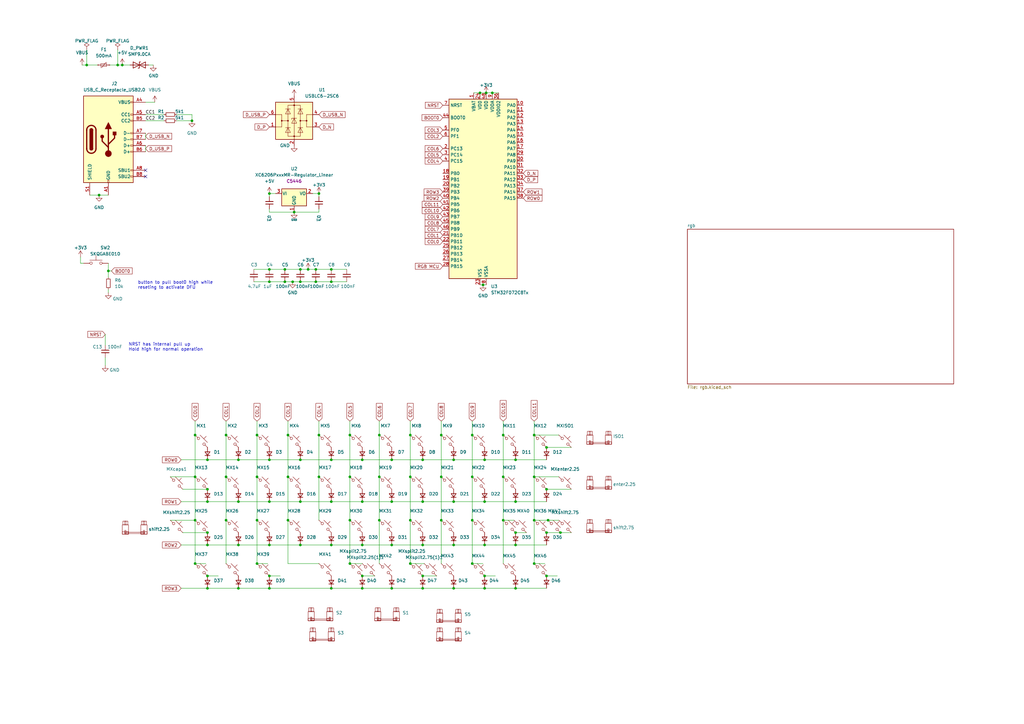
<source format=kicad_sch>
(kicad_sch (version 20230121) (generator eeschema)
  (paper "A3")
  (junction (at 148.59 223.52))
  (junction (at 92.71 213.36))
  (junction (at 193.675 178.435))
  (junction (at 206.375 213.36))
  (junction (at 211.455 188.595))
  (junction (at 186.055 205.74))
  (junction (at 105.41 213.36))
  (junction (at 123.19 205.74))
  (junction (at 219.075 195.58))
  (junction (at 123.19 188.595))
  (junction (at 160.655 241.3))
  (junction (at 160.655 205.74))
  (junction (at 211.455 241.3))
  (junction (at 105.41 231.14))
  (junction (at 196.85 38.1))
  (junction (at 224.155 183.515))
  (junction (at 148.59 205.74))
  (junction (at 224.155 218.44))
  (junction (at 224.155 236.22))
  (junction (at 92.71 195.58))
  (junction (at 92.71 178.435))
  (junction (at 211.455 218.44))
  (junction (at 135.89 223.52))
  (junction (at 85.09 200.66))
  (junction (at 135.89 110.49))
  (junction (at 198.755 205.74))
  (junction (at 135.89 205.74))
  (junction (at 135.89 115.57))
  (junction (at 118.11 213.36))
  (junction (at 50.165 26.67))
  (junction (at 143.51 195.58))
  (junction (at 129.54 115.57))
  (junction (at 85.09 218.44))
  (junction (at 110.49 188.595))
  (junction (at 198.12 116.84))
  (junction (at 198.755 241.3))
  (junction (at 110.49 241.3))
  (junction (at 135.89 241.3))
  (junction (at 123.19 223.52))
  (junction (at 186.055 241.3))
  (junction (at 173.355 241.3))
  (junction (at 85.09 236.22))
  (junction (at 206.375 195.58))
  (junction (at 129.54 110.49))
  (junction (at 148.59 236.22))
  (junction (at 40.64 80.01))
  (junction (at 206.375 178.435))
  (junction (at 80.01 231.14))
  (junction (at 198.755 188.595))
  (junction (at 180.975 195.58))
  (junction (at 180.975 178.435))
  (junction (at 44.45 111.125))
  (junction (at 193.675 195.58))
  (junction (at 80.01 195.58))
  (junction (at 110.49 223.52))
  (junction (at 130.81 195.58))
  (junction (at 130.81 178.435))
  (junction (at 219.075 178.435))
  (junction (at 105.41 195.58))
  (junction (at 116.84 110.49))
  (junction (at 120.65 86.995) (diameter 0.9144))
  (junction (at 143.51 213.36))
  (junction (at 148.59 241.3))
  (junction (at 143.51 178.435))
  (junction (at 168.275 231.14))
  (junction (at 97.79 205.74))
  (junction (at 173.355 223.52))
  (junction (at 123.19 110.49))
  (junction (at 85.09 188.595))
  (junction (at 155.575 213.36))
  (junction (at 173.355 205.74))
  (junction (at 229.87 218.44))
  (junction (at 193.675 231.14))
  (junction (at 199.39 38.1))
  (junction (at 110.49 110.49))
  (junction (at 219.075 213.36))
  (junction (at 120.015 115.57))
  (junction (at 168.275 195.58))
  (junction (at 211.455 205.74))
  (junction (at 110.49 236.22))
  (junction (at 135.89 188.595))
  (junction (at 105.41 178.435))
  (junction (at 130.81 79.375) (diameter 0.9144))
  (junction (at 160.655 223.52))
  (junction (at 143.51 231.14))
  (junction (at 198.755 223.52))
  (junction (at 85.09 223.52))
  (junction (at 173.355 236.22))
  (junction (at 116.84 115.57))
  (junction (at 201.93 38.1))
  (junction (at 110.49 79.375) (diameter 0.9144))
  (junction (at 148.59 188.595))
  (junction (at 118.11 178.435))
  (junction (at 97.79 223.52))
  (junction (at 118.11 195.58))
  (junction (at 110.49 205.74))
  (junction (at 85.09 241.3))
  (junction (at 168.275 178.435))
  (junction (at 97.79 188.595))
  (junction (at 126.365 110.49))
  (junction (at 110.49 115.57))
  (junction (at 224.155 200.66))
  (junction (at 35.56 26.67))
  (junction (at 211.455 223.52))
  (junction (at 173.355 188.595))
  (junction (at 155.575 195.58))
  (junction (at 186.055 188.595))
  (junction (at 186.055 223.52))
  (junction (at 180.975 213.36))
  (junction (at 219.075 231.14))
  (junction (at 78.74 49.53))
  (junction (at 85.09 205.74))
  (junction (at 224.79 213.36))
  (junction (at 97.79 241.3))
  (junction (at 80.01 178.435))
  (junction (at 198.755 236.22))
  (junction (at 168.275 213.36))
  (junction (at 193.675 213.36))
  (junction (at 80.01 213.36))
  (junction (at 123.19 115.57))
  (junction (at 160.655 188.595))
  (junction (at 155.575 178.435))
  (junction (at 48.26 26.67))
  (no_connect (at 59.69 72.39))
  (no_connect (at 59.69 69.85))
  (wire (pts (xy 186.055 241.3) (xy 198.755 241.3)))
  (wire (pts (xy 50.165 26.67) (xy 53.34 26.67)))
  (wire (pts (xy 123.19 223.52) (xy 135.89 223.52)))
  (wire (pts (xy 85.09 236.22) (xy 89.535 236.22)))
  (wire (pts (xy 211.455 218.44) (xy 215.9 218.44)))
  (wire (pts (xy 116.84 115.57) (xy 120.015 115.57)))
  (wire (pts (xy 186.055 188.595) (xy 198.755 188.595)))
  (wire (pts (xy 129.54 110.49) (xy 135.89 110.49)))
  (wire (pts (xy 45.085 26.67) (xy 48.26 26.67)))
  (wire (pts (xy 148.59 205.74) (xy 160.655 205.74)))
  (wire (pts (xy 168.275 195.58) (xy 168.275 213.36)))
  (wire (pts (xy 118.11 172.72) (xy 118.11 178.435)))
  (wire (pts (xy 105.41 195.58) (xy 105.41 213.36)))
  (wire (pts (xy 135.89 188.595) (xy 148.59 188.595)))
  (wire (pts (xy 186.055 223.52) (xy 198.755 223.52)))
  (wire (pts (xy 126.365 110.49) (xy 129.54 110.49)))
  (wire (pts (xy 211.455 188.595) (xy 224.155 188.595)))
  (wire (pts (xy 48.26 26.67) (xy 50.165 26.67)))
  (wire (pts (xy 80.01 213.36) (xy 80.01 231.14)))
  (wire (pts (xy 120.015 115.57) (xy 123.19 115.57)))
  (wire (pts (xy 80.01 178.435) (xy 80.01 195.58)))
  (wire (pts (xy 110.49 110.49) (xy 116.84 110.49)))
  (wire (pts (xy 74.93 218.44) (xy 85.09 218.44)))
  (wire (pts (xy 168.275 213.36) (xy 168.275 231.14)))
  (wire (pts (xy 97.79 223.52) (xy 110.49 223.52)))
  (wire (pts (xy 173.355 188.595) (xy 186.055 188.595)))
  (wire (pts (xy 148.59 241.3) (xy 160.655 241.3)))
  (wire (pts (xy 160.655 223.52) (xy 173.355 223.52)))
  (wire (pts (xy 80.01 231.14) (xy 84.455 231.14)))
  (wire (pts (xy 74.295 223.52) (xy 85.09 223.52)))
  (wire (pts (xy 130.81 85.725) (xy 130.81 86.995)))
  (wire (pts (xy 44.45 118.745) (xy 44.45 120.015)))
  (wire (pts (xy 129.54 115.57) (xy 135.89 115.57)))
  (wire (pts (xy 224.155 200.66) (xy 234.315 200.66)))
  (wire (pts (xy 74.295 205.74) (xy 85.09 205.74)))
  (wire (pts (xy 130.81 178.435) (xy 130.81 195.58)))
  (wire (pts (xy 110.49 188.595) (xy 123.19 188.595)))
  (wire (pts (xy 173.355 236.22) (xy 179.07 236.22)))
  (wire (pts (xy 110.49 85.725) (xy 110.49 86.995)))
  (wire (pts (xy 219.075 172.72) (xy 219.075 178.435)))
  (wire (pts (xy 198.755 188.595) (xy 211.455 188.595)))
  (wire (pts (xy 143.51 231.14) (xy 148.59 231.14)))
  (wire (pts (xy 224.155 218.44) (xy 229.87 218.44)))
  (wire (pts (xy 229.87 218.44) (xy 234.315 218.44)))
  (wire (pts (xy 44.45 111.125) (xy 44.45 113.665)))
  (wire (pts (xy 148.59 188.595) (xy 160.655 188.595)))
  (wire (pts (xy 155.575 213.36) (xy 155.575 231.14)))
  (wire (pts (xy 92.71 195.58) (xy 92.71 213.36)))
  (wire (pts (xy 116.84 110.49) (xy 123.19 110.49)))
  (wire (pts (xy 34.29 107.95) (xy 33.02 107.95)))
  (wire (pts (xy 44.45 111.125) (xy 45.72 111.125)))
  (wire (pts (xy 193.675 195.58) (xy 193.675 213.36)))
  (wire (pts (xy 85.09 205.74) (xy 97.79 205.74)))
  (wire (pts (xy 194.31 38.1) (xy 196.85 38.1)))
  (wire (pts (xy 193.675 231.14) (xy 198.12 231.14)))
  (wire (pts (xy 193.675 178.435) (xy 193.675 195.58)))
  (wire (pts (xy 59.69 41.91) (xy 63.5 41.91)))
  (wire (pts (xy 118.11 178.435) (xy 118.11 195.58)))
  (wire (pts (xy 173.355 241.3) (xy 186.055 241.3)))
  (wire (pts (xy 143.51 195.58) (xy 143.51 213.36)))
  (wire (pts (xy 148.59 223.52) (xy 160.655 223.52)))
  (wire (pts (xy 36.83 80.01) (xy 40.64 80.01)))
  (wire (pts (xy 97.79 241.3) (xy 110.49 241.3)))
  (wire (pts (xy 104.14 110.49) (xy 110.49 110.49)))
  (wire (pts (xy 193.675 172.72) (xy 193.675 178.435)))
  (wire (pts (xy 69.85 195.58) (xy 80.01 195.58)))
  (wire (pts (xy 199.39 38.1) (xy 201.93 38.1)))
  (wire (pts (xy 118.11 231.14) (xy 130.81 231.14)))
  (wire (pts (xy 110.49 79.375) (xy 110.49 80.645)))
  (wire (pts (xy 110.49 115.57) (xy 116.84 115.57)))
  (wire (pts (xy 130.81 195.58) (xy 130.81 213.36)))
  (wire (pts (xy 120.65 86.995) (xy 130.81 86.995)))
  (wire (pts (xy 211.455 241.3) (xy 224.155 241.3)))
  (wire (pts (xy 74.295 188.595) (xy 85.09 188.595)))
  (wire (pts (xy 196.85 116.84) (xy 198.12 116.84)))
  (wire (pts (xy 92.71 178.435) (xy 92.71 195.58)))
  (wire (pts (xy 135.89 110.49) (xy 142.24 110.49)))
  (wire (pts (xy 110.49 223.52) (xy 123.19 223.52)))
  (wire (pts (xy 196.85 38.1) (xy 199.39 38.1)))
  (wire (pts (xy 206.375 213.36) (xy 206.375 231.14)))
  (wire (pts (xy 35.56 26.67) (xy 40.005 26.67)))
  (wire (pts (xy 35.56 20.32) (xy 35.56 26.67)))
  (wire (pts (xy 155.575 172.72) (xy 155.575 178.435)))
  (wire (pts (xy 43.18 137.16) (xy 43.18 141.605)))
  (wire (pts (xy 219.075 178.435) (xy 219.075 195.58)))
  (wire (pts (xy 33.02 107.95) (xy 33.02 105.41)))
  (wire (pts (xy 59.69 54.61) (xy 59.69 57.15)))
  (wire (pts (xy 180.975 172.72) (xy 180.975 178.435)))
  (wire (pts (xy 224.155 183.515) (xy 234.315 183.515)))
  (wire (pts (xy 173.355 205.74) (xy 186.055 205.74)))
  (wire (pts (xy 219.075 213.36) (xy 224.79 213.36)))
  (wire (pts (xy 59.69 49.53) (xy 67.31 49.53)))
  (wire (pts (xy 85.09 241.3) (xy 97.79 241.3)))
  (wire (pts (xy 198.755 236.22) (xy 203.2 236.22)))
  (wire (pts (xy 206.375 178.435) (xy 206.375 195.58)))
  (wire (pts (xy 123.19 205.74) (xy 135.89 205.74)))
  (wire (pts (xy 60.96 26.67) (xy 62.865 26.67)))
  (wire (pts (xy 48.26 20.32) (xy 48.26 26.67)))
  (wire (pts (xy 211.455 205.74) (xy 224.155 205.74)))
  (wire (pts (xy 74.93 200.66) (xy 85.09 200.66)))
  (wire (pts (xy 85.09 223.52) (xy 97.79 223.52)))
  (wire (pts (xy 155.575 195.58) (xy 155.575 213.36)))
  (wire (pts (xy 72.39 46.99) (xy 78.74 46.99)))
  (wire (pts (xy 43.18 149.86) (xy 43.18 146.685)))
  (wire (pts (xy 201.93 38.1) (xy 204.47 38.1)))
  (wire (pts (xy 74.295 241.3) (xy 85.09 241.3)))
  (wire (pts (xy 198.755 223.52) (xy 211.455 223.52)))
  (wire (pts (xy 123.19 115.57) (xy 129.54 115.57)))
  (wire (pts (xy 155.575 178.435) (xy 155.575 195.58)))
  (wire (pts (xy 219.075 178.435) (xy 229.235 178.435)))
  (wire (pts (xy 44.45 107.95) (xy 44.45 111.125)))
  (wire (pts (xy 180.975 195.58) (xy 180.975 213.36)))
  (wire (pts (xy 173.355 223.52) (xy 186.055 223.52)))
  (wire (pts (xy 224.79 213.36) (xy 229.235 213.36)))
  (wire (pts (xy 110.49 79.375) (xy 113.03 79.375)))
  (wire (pts (xy 110.49 236.22) (xy 114.935 236.22)))
  (wire (pts (xy 105.41 231.14) (xy 109.855 231.14)))
  (wire (pts (xy 78.74 46.99) (xy 78.74 49.53)))
  (wire (pts (xy 186.055 205.74) (xy 198.755 205.74)))
  (wire (pts (xy 85.09 188.595) (xy 97.79 188.595)))
  (wire (pts (xy 104.14 115.57) (xy 110.49 115.57)))
  (wire (pts (xy 148.59 236.22) (xy 153.67 236.22)))
  (wire (pts (xy 59.69 59.69) (xy 59.69 62.23)))
  (wire (pts (xy 211.455 223.52) (xy 224.155 223.52)))
  (wire (pts (xy 80.01 172.72) (xy 80.01 178.435)))
  (wire (pts (xy 224.155 236.22) (xy 228.6 236.22)))
  (wire (pts (xy 219.075 213.36) (xy 219.075 231.14)))
  (wire (pts (xy 219.075 195.58) (xy 219.075 213.36)))
  (wire (pts (xy 206.375 172.72) (xy 206.375 178.435)))
  (wire (pts (xy 92.71 172.72) (xy 92.71 178.435)))
  (wire (pts (xy 143.51 178.435) (xy 143.51 195.58)))
  (wire (pts (xy 118.11 213.36) (xy 118.11 231.14)))
  (wire (pts (xy 206.375 195.58) (xy 206.375 213.36)))
  (wire (pts (xy 123.19 188.595) (xy 135.89 188.595)))
  (wire (pts (xy 135.89 241.3) (xy 148.59 241.3)))
  (wire (pts (xy 168.275 178.435) (xy 168.275 195.58)))
  (wire (pts (xy 168.275 231.14) (xy 173.99 231.14)))
  (wire (pts (xy 118.11 195.58) (xy 118.11 213.36)))
  (wire (pts (xy 97.79 188.595) (xy 110.49 188.595)))
  (wire (pts (xy 120.65 86.995) (xy 110.49 86.995)))
  (wire (pts (xy 33.655 26.67) (xy 35.56 26.67)))
  (wire (pts (xy 168.275 172.72) (xy 168.275 178.435)))
  (wire (pts (xy 180.975 213.36) (xy 180.975 231.14)))
  (wire (pts (xy 143.51 172.72) (xy 143.51 178.435)))
  (wire (pts (xy 123.19 110.49) (xy 126.365 110.49)))
  (wire (pts (xy 59.69 46.99) (xy 67.31 46.99)))
  (wire (pts (xy 130.81 172.72) (xy 130.81 178.435)))
  (wire (pts (xy 160.655 205.74) (xy 173.355 205.74)))
  (wire (pts (xy 143.51 213.36) (xy 143.51 231.14)))
  (wire (pts (xy 110.49 241.3) (xy 135.89 241.3)))
  (wire (pts (xy 198.12 116.84) (xy 199.39 116.84)))
  (wire (pts (xy 219.075 195.58) (xy 229.235 195.58)))
  (wire (pts (xy 198.755 205.74) (xy 211.455 205.74)))
  (wire (pts (xy 72.39 49.53) (xy 78.74 49.53)))
  (wire (pts (xy 135.89 223.52) (xy 148.59 223.52)))
  (wire (pts (xy 92.71 213.36) (xy 92.71 231.14)))
  (wire (pts (xy 135.89 115.57) (xy 142.24 115.57)))
  (wire (pts (xy 105.41 178.435) (xy 105.41 195.58)))
  (wire (pts (xy 219.075 231.14) (xy 223.52 231.14)))
  (wire (pts (xy 105.41 213.36) (xy 105.41 231.14)))
  (wire (pts (xy 69.85 213.36) (xy 80.01 213.36)))
  (wire (pts (xy 180.975 178.435) (xy 180.975 195.58)))
  (wire (pts (xy 110.49 205.74) (xy 123.19 205.74)))
  (wire (pts (xy 80.01 195.58) (xy 80.01 213.36)))
  (wire (pts (xy 40.64 80.01) (xy 44.45 80.01)))
  (wire (pts (xy 135.89 205.74) (xy 148.59 205.74)))
  (wire (pts (xy 198.755 241.3) (xy 211.455 241.3)))
  (wire (pts (xy 193.675 213.36) (xy 193.675 231.14)))
  (wire (pts (xy 160.655 241.3) (xy 173.355 241.3)))
  (wire (pts (xy 130.81 79.375) (xy 130.81 80.645)))
  (wire (pts (xy 97.79 205.74) (xy 110.49 205.74)))
  (wire (pts (xy 105.41 172.72) (xy 105.41 178.435)))
  (wire (pts (xy 128.27 79.375) (xy 130.81 79.375)))
  (wire (pts (xy 160.655 188.595) (xy 173.355 188.595)))
  (wire (pts (xy 206.375 213.36) (xy 210.82 213.36)))
  (text "NRST has internal pull up\nHold high for normal operation" (at 52.705 144.145 0) (effects (font (size 1.27 1.27)) (justify left bottom)))
  (text "button to pull boot0 high while \nreseting to activate DFU" (at 56.515 118.745 0) (effects (font (size 1.27 1.27)) (justify left bottom)))
  (label "CC2" (at 59.69 49.53 0))
  (label "CC1" (at 59.69 46.99 0))
  (global_label "BOOT0" (shape input) (at 45.72 111.125 0) (property "Intersheetrefs" "${INTERSHEET_REFS}" (effects hide)))
  (global_label "COL5" (shape input) (at 143.51 172.72 90) (property "Intersheetrefs" "${INTERSHEET_REFS}" (effects hide)))
  (global_label "COL2" (shape input) (at 105.41 172.72 90) (property "Intersheetrefs" "${INTERSHEET_REFS}" (effects hide)))
  (global_label "NRST" (shape input) (at 43.18 137.16 180) (property "Intersheetrefs" "${INTERSHEET_REFS}" (effects hide)))
  (global_label "ROW2" (shape input) (at 74.295 223.52 180) (property "Intersheetrefs" "${INTERSHEET_REFS}" (effects hide)))
  (global_label "COL7" (shape input) (at 168.275 172.72 90) (property "Intersheetrefs" "${INTERSHEET_REFS}" (effects hide)))
  (global_label "D_USB_P" (shape input) (at 59.69 60.96 0) (property "Intersheetrefs" "${INTERSHEET_REFS}" (effects hide)))
  (global_label "COL6" (shape input) (at 181.61 60.96 180) (property "Intersheetrefs" "${INTERSHEET_REFS}" (effects hide)))
  (global_label "ROW3" (shape input) (at 181.61 78.74 180) (property "Intersheetrefs" "${INTERSHEET_REFS}" (effects hide)))
  (global_label "ROW0" (shape input) (at 214.63 81.28 0) (property "Intersheetrefs" "${INTERSHEET_REFS}" (effects hide)))
  (global_label "COL2" (shape input) (at 181.61 55.88 180) (property "Intersheetrefs" "${INTERSHEET_REFS}" (effects hide)))
  (global_label "COL4" (shape input) (at 130.81 172.72 90) (property "Intersheetrefs" "${INTERSHEET_REFS}" (effects hide)))
  (global_label "D_USB_P" (shape input) (at 110.49 46.99 180) (property "Intersheetrefs" "${INTERSHEET_REFS}" (effects hide)))
  (global_label "COL7" (shape input) (at 181.61 93.98 180) (property "Intersheetrefs" "${INTERSHEET_REFS}" (effects hide)))
  (global_label "COL3" (shape input) (at 118.11 172.72 90) (property "Intersheetrefs" "${INTERSHEET_REFS}" (effects hide)))
  (global_label "COL11" (shape input) (at 219.075 172.72 90) (property "Intersheetrefs" "${INTERSHEET_REFS}" (effects hide)))
  (global_label "COL1" (shape input) (at 92.71 172.72 90) (property "Intersheetrefs" "${INTERSHEET_REFS}" (effects hide)))
  (global_label "COL0" (shape input) (at 181.61 99.06 180) (property "Intersheetrefs" "${INTERSHEET_REFS}" (effects hide)))
  (global_label "COL8" (shape input) (at 181.61 91.44 180) (property "Intersheetrefs" "${INTERSHEET_REFS}" (effects hide)))
  (global_label "D_N" (shape input) (at 214.63 71.12 0) (property "Intersheetrefs" "${INTERSHEET_REFS}" (effects hide)))
  (global_label "ROW1" (shape input) (at 74.295 205.74 180) (property "Intersheetrefs" "${INTERSHEET_REFS}" (effects hide)))
  (global_label "D_N" (shape input) (at 130.81 52.07 0) (property "Intersheetrefs" "${INTERSHEET_REFS}" (effects hide)))
  (global_label "BOOT0" (shape input) (at 181.61 48.26 180) (property "Intersheetrefs" "${INTERSHEET_REFS}" (effects hide)))
  (global_label "ROW1" (shape input) (at 214.63 78.74 0) (property "Intersheetrefs" "${INTERSHEET_REFS}" (effects hide)))
  (global_label "NRST" (shape input) (at 181.61 43.18 180) (property "Intersheetrefs" "${INTERSHEET_REFS}" (effects hide)))
  (global_label "RGB MCU" (shape input) (at 181.61 109.22 180) (property "Intersheetrefs" "${INTERSHEET_REFS}" (effects hide)))
  (global_label "COL11" (shape input) (at 181.61 83.82 180) (property "Intersheetrefs" "${INTERSHEET_REFS}" (effects hide)))
  (global_label "ROW3" (shape input) (at 74.295 241.3 180) (property "Intersheetrefs" "${INTERSHEET_REFS}" (effects hide)))
  (global_label "D_P" (shape input) (at 110.49 52.07 180) (property "Intersheetrefs" "${INTERSHEET_REFS}" (effects hide)))
  (global_label "D_USB_N" (shape input) (at 59.69 55.88 0) (property "Intersheetrefs" "${INTERSHEET_REFS}" (effects hide)))
  (global_label "COL0" (shape input) (at 80.01 172.72 90) (property "Intersheetrefs" "${INTERSHEET_REFS}" (effects hide)))
  (global_label "ROW0" (shape input) (at 74.295 188.595 180) (property "Intersheetrefs" "${INTERSHEET_REFS}" (effects hide)))
  (global_label "D_USB_N" (shape input) (at 130.81 46.99 0) (property "Intersheetrefs" "${INTERSHEET_REFS}" (effects hide)))
  (global_label "COL9" (shape input) (at 181.61 88.9 180) (property "Intersheetrefs" "${INTERSHEET_REFS}" (effects hide)))
  (global_label "COL3" (shape input) (at 181.61 53.34 180) (property "Intersheetrefs" "${INTERSHEET_REFS}" (effects hide)))
  (global_label "COL1" (shape input) (at 181.61 96.52 180) (property "Intersheetrefs" "${INTERSHEET_REFS}" (effects hide)))
  (global_label "COL6" (shape input) (at 155.575 172.72 90) (property "Intersheetrefs" "${INTERSHEET_REFS}" (effects hide)))
  (global_label "COL8" (shape input) (at 180.975 172.72 90) (property "Intersheetrefs" "${INTERSHEET_REFS}" (effects hide)))
  (global_label "COL10" (shape input) (at 181.61 86.36 180) (property "Intersheetrefs" "${INTERSHEET_REFS}" (effects hide)))
  (global_label "COL5" (shape input) (at 181.61 63.5 180) (property "Intersheetrefs" "${INTERSHEET_REFS}" (effects hide)))
  (global_label "COL9" (shape input) (at 193.675 172.72 90) (property "Intersheetrefs" "${INTERSHEET_REFS}" (effects hide)))
  (global_label "COL4" (shape input) (at 181.61 66.04 180) (property "Intersheetrefs" "${INTERSHEET_REFS}" (effects hide)))
  (global_label "ROW2" (shape input) (at 181.61 81.28 180) (property "Intersheetrefs" "${INTERSHEET_REFS}" (effects hide)))
  (global_label "D_P" (shape input) (at 214.63 73.66 0) (property "Intersheetrefs" "${INTERSHEET_REFS}" (effects hide)))
  (global_label "COL10" (shape input) (at 206.375 172.72 90) (property "Intersheetrefs" "${INTERSHEET_REFS}" (effects hide)))
  (symbol (lib_id "PCM_marbastlib-mx:MX_SW_HS") (at 231.775 180.975 0) (unit 1)
    (property "Reference" "MXISO1" (at 231.775 174.625 0))
    (property "Value" "MX_SW_HS" (effects hide))
    (property "Footprint" "PCM_marbastlib-mx:SW_MX_HS_1u" (effects hide))
  )
  (symbol (lib_id "PCM_marbastlib-mx:MX_SW_HS") (at 183.515 215.9 0) (unit 1)
    (property "Reference" "MX33" (at 183.515 209.55 0))
    (property "Value" "MX_SW_HS" (effects hide))
    (property "Footprint" "PCM_marbastlib-mx:SW_MX_HS_1u" (effects hide))
  )
  (symbol (lib_id "Device:D_Small") (at 186.055 238.76 90) (unit 1)
    (property "Reference" "D43" (at 187.96 238.125 90) (effects (justify right)))
    (property "Value" "D_Small" (effects hide))
    (property "Footprint" "Diode_SMD:D_SOD-123F" (effects hide))
    (property "Sim.Device" "D" (effects hide))
    (property "Sim.Pins" "1=K 2=A" (effects hide))
  )
  (symbol (lib_id "Device:C_Small") (at 129.54 113.03 0) (unit 1)
    (property "Reference" "C7" (at 128.27 108.585 0) (effects (justify left)))
    (property "Value" "100nF" (at 127 117.475 0) (effects (justify left)))
    (property "Footprint" "Capacitor_SMD:C_0603_1608Metric" (effects hide))
  )
  (symbol (lib_id "Device:C_Small") (at 43.18 144.145 0) (mirror y) (unit 1)
    (property "Reference" "C13" (at 41.91 142.24 0) (effects (justify left)))
    (property "Value" "100nF" (at 50.165 142.24 0) (effects (justify left)))
    (property "Footprint" "Capacitor_SMD:C_0603_1608Metric" (effects hide))
    (property "LCSC" "C307331" (effects hide))
  )
  (symbol (lib_id "PCM_marbastlib-mx:MX_SW_HS") (at 196.215 198.12 0) (unit 1)
    (property "Reference" "MX22" (at 196.215 191.77 0))
    (property "Value" "MX_SW_HS" (effects hide))
    (property "Footprint" "PCM_marbastlib-mx:SW_MX_HS_1u" (effects hide))
  )
  (symbol (lib_id "PCM_marbastlib-mx:MX_SW_HS") (at 208.915 198.12 0) (unit 1)
    (property "Reference" "MX23" (at 208.915 191.77 0))
    (property "Value" "MX_SW_HS" (effects hide))
    (property "Footprint" "PCM_marbastlib-mx:SW_MX_HS_1u" (effects hide))
  )
  (symbol (lib_id "Switch:SW_Push") (at 39.37 107.95 0) (unit 1)
    (property "Reference" "SW2" (at 43.18 101.6 0))
    (property "Value" "SKQGABE010" (at 43.18 104.14 0))
    (property "Footprint" "Button_Switch_SMD:SW_SPST_SKQG_WithoutStem" (effects hide))
    (property "LCSC" "C115351" (effects hide))
  )
  (symbol (lib_id "Device:D_Small") (at 85.09 186.055 90) (unit 1)
    (property "Reference" "D1" (at 87.63 185.42 90) (effects (justify right)))
    (property "Value" "D_Small" (effects hide))
    (property "Footprint" "Diode_SMD:D_SOD-123F" (effects hide))
    (property "Sim.Device" "D" (effects hide))
    (property "Sim.Pins" "1=K 2=A" (effects hide))
  )
  (symbol (lib_id "PCM_marbastlib-mx:MX_SW_HS") (at 82.55 233.68 0) (unit 1)
    (property "Reference" "MX37" (at 82.55 227.33 0))
    (property "Value" "MX_SW_HS" (effects hide))
    (property "Footprint" "PCM_marbastlib-mx:SW_MX_HS_1u" (effects hide))
  )
  (symbol (lib_id "PCM_marbastlib-mx:MX_SW_HS") (at 208.915 180.975 0) (unit 1)
    (property "Reference" "MX11" (at 208.915 174.625 0))
    (property "Value" "MX_SW_HS" (effects hide))
    (property "Footprint" "PCM_marbastlib-mx:SW_MX_HS_1u" (effects hide))
  )
  (symbol (lib_id "Device:D_Small") (at 148.59 203.2 90) (unit 1)
    (property "Reference" "D18" (at 151.13 202.565 90) (effects (justify right)))
    (property "Value" "D_Small" (effects hide))
    (property "Footprint" "Diode_SMD:D_SOD-123F" (effects hide))
    (property "Sim.Device" "D" (effects hide))
    (property "Sim.Pins" "1=K 2=A" (effects hide))
  )
  (symbol (lib_id "Device:D_Small") (at 198.755 238.76 90) (unit 1)
    (property "Reference" "D44" (at 200.66 238.125 90) (effects (justify right)))
    (property "Value" "D_Small" (effects hide))
    (property "Footprint" "Diode_SMD:D_SOD-123F" (effects hide))
    (property "Sim.Device" "D" (effects hide))
    (property "Sim.Pins" "1=K 2=A" (effects hide))
  )
  (symbol (lib_id "Device:C_Small") (at 130.81 83.185 180) (unit 1)
    (property "Reference" "C2" (at 130.81 88.9 0) (effects (font (size 0.762 0.762))))
    (property "Value" "1uF" (at 130.81 90.17 0) (effects (font (size 0.762 0.762))))
    (property "Footprint" "Capacitor_SMD:C_0603_1608Metric" (effects hide))
    (property "LCSC" "C52923" (effects hide))
  )
  (symbol (lib_id "PCM_marbastlib-mx:MX_SW_HS") (at 107.95 215.9 0) (unit 1)
    (property "Reference" "MX27" (at 107.95 209.55 0))
    (property "Value" "MX_SW_HS" (effects hide))
    (property "Footprint" "PCM_marbastlib-mx:SW_MX_HS_1u" (effects hide))
  )
  (symbol (lib_id "PCM_marbastlib-mx:MX_SW_HS") (at 133.35 180.975 0) (unit 1)
    (property "Reference" "MX5" (at 133.35 174.625 0))
    (property "Value" "MX_SW_HS" (effects hide))
    (property "Footprint" "PCM_marbastlib-mx:SW_MX_HS_1u" (effects hide))
  )
  (symbol (lib_id "MCU_ST_STM32F0:STM32F072C8Tx") (at 196.85 78.74 0) (unit 1)
    (property "Reference" "U3" (at 201.3459 117.475 0) (effects (justify left)))
    (property "Value" "STM32F072C8Tx" (at 201.3459 120.015 0) (effects (justify left)))
    (property "Footprint" "Package_QFP:LQFP-48_7x7mm_P0.5mm" (effects hide))
    (property "Datasheet" "https://www.st.com/resource/en/datasheet/stm32f072c8.pdf" (effects hide))
  )
  (symbol (lib_id "Device:D_Small") (at 85.09 220.98 90) (unit 1)
    (property "Reference" "D25" (at 87.63 220.345 90) (effects (justify right)))
    (property "Value" "D_Small" (effects hide))
    (property "Footprint" "Diode_SMD:D_SOD-123F" (effects hide))
    (property "Sim.Device" "D" (effects hide))
    (property "Sim.Pins" "1=K 2=A" (effects hide))
  )
  (symbol (lib_id "Device:D_Small") (at 135.89 220.98 90) (unit 1)
    (property "Reference" "D29" (at 138.43 220.345 90) (effects (justify right)))
    (property "Value" "D_Small" (effects hide))
    (property "Footprint" "Diode_SMD:D_SOD-123F" (effects hide))
    (property "Sim.Device" "D" (effects hide))
    (property "Sim.Pins" "1=K 2=A" (effects hide))
  )
  (symbol (lib_id "Device:D_Small") (at 224.155 238.76 90) (unit 1)
    (property "Reference" "D46" (at 226.06 238.125 90) (effects (justify right)))
    (property "Value" "D_Small" (effects hide))
    (property "Footprint" "Diode_SMD:D_SOD-123F" (effects hide))
    (property "Sim.Device" "D" (effects hide))
    (property "Sim.Pins" "1=K 2=A" (effects hide))
  )
  (symbol (lib_id "power:+3V3") (at 199.39 38.1 0) (unit 1)
    (property "Reference" "#PWR011" (effects hide))
    (property "Value" "+3V3" (at 199.39 34.925 0))
  )
  (symbol (lib_id "PCM_marbastlib-mx:MX_SW_HS") (at 227.33 215.9 0) (unit 1)
    (property "Reference" "MX47" (at 227.33 209.55 0))
    (property "Value" "MX_SW_HS" (effects hide))
    (property "Footprint" "PCM_marbastlib-mx:SW_MX_HS_1u" (effects hide))
  )
  (symbol (lib_id "Device:D_Small") (at 211.455 238.76 90) (unit 1)
    (property "Reference" "D45" (at 213.36 238.125 90) (effects (justify right)))
    (property "Value" "D_Small" (effects hide))
    (property "Footprint" "Diode_SMD:D_SOD-123F" (effects hide))
    (property "Sim.Device" "D" (effects hide))
    (property "Sim.Pins" "1=K 2=A" (effects hide))
  )
  (symbol (lib_id "PCM_marbastlib-mx:MX_SW_HS") (at 133.35 198.12 0) (unit 1)
    (property "Reference" "MX17" (at 133.35 191.77 0))
    (property "Value" "MX_SW_HS" (effects hide))
    (property "Footprint" "PCM_marbastlib-mx:SW_MX_HS_1u" (effects hide))
  )
  (symbol (lib_id "Device:R_Small") (at 69.85 46.99 90) (unit 1)
    (property "Reference" "R1" (at 66.04 45.72 90))
    (property "Value" "5k1" (at 73.66 45.72 90))
    (property "Footprint" "Resistor_SMD:R_0603_1608Metric" (effects hide))
    (property "LCSC" "C25905" (effects hide))
  )
  (symbol (lib_id "power:PWR_FLAG") (at 35.56 20.32 0) (unit 1)
    (property "Reference" "#FLG01" (effects hide))
    (property "Value" "PWR_FLAG" (at 35.56 16.7442 0))
  )
  (symbol (lib_id "Device:C_Small") (at 110.49 83.185 180) (unit 1)
    (property "Reference" "C1" (at 110.49 88.9 0) (effects (font (size 0.762 0.762))))
    (property "Value" "1uF" (at 110.49 90.17 0) (effects (font (size 0.762 0.762))))
    (property "Footprint" "Capacitor_SMD:C_0603_1608Metric" (effects hide))
    (property "LCSC" "C52923" (effects hide))
  )
  (symbol (lib_name "GND_1") (lib_id "power:GND") (at 120.015 115.57 0) (unit 1)
    (property "Reference" "#PWR07" (effects hide))
    (property "Value" "GND" (at 120.015 120.015 0))
  )
  (symbol (lib_id "PCM_marbastlib-mx:MX_stab") (at 131.445 252.095 0) (unit 1)
    (property "Reference" "S2" (at 137.795 251.333 0) (effects (justify left)))
    (property "Value" "MX_stab" (effects hide))
    (property "Footprint" "PCM_marbastlib-mx:STAB_MX_P_2.25u" (effects hide))
  )
  (symbol (lib_name "GND_4") (lib_id "power:GND") (at 40.64 80.01 0) (unit 1)
    (property "Reference" "#PWR013" (effects hide))
    (property "Value" "GND" (at 40.64 85.09 0))
  )
  (symbol (lib_id "PCM_marbastlib-mx:MX_SW_HS") (at 107.95 233.68 0) (unit 1)
    (property "Reference" "MX39" (at 107.95 227.33 0))
    (property "Value" "MX_SW_HS" (effects hide))
    (property "Footprint" "PCM_marbastlib-mx:SW_MX_HS_1u" (effects hide))
  )
  (symbol (lib_id "Device:D_Small") (at 97.79 238.76 90) (unit 1)
    (property "Reference" "D38" (at 100.33 238.125 90) (effects (justify right)))
    (property "Value" "D_Small" (effects hide))
    (property "Footprint" "Diode_SMD:D_SOD-123F" (effects hide))
    (property "Sim.Device" "D" (effects hide))
    (property "Sim.Pins" "1=K 2=A" (effects hide))
  )
  (symbol (lib_id "power:VBUS") (at 120.65 39.37 0) (unit 1)
    (property "Reference" "#PWR01" (effects hide))
    (property "Value" "VBUS" (at 120.65 34.29 0))
  )
  (symbol (lib_id "Device:D_Small") (at 148.59 186.055 90) (unit 1)
    (property "Reference" "D6" (at 151.13 185.42 90) (effects (justify right)))
    (property "Value" "D_Small" (effects hide))
    (property "Footprint" "Diode_SMD:D_SOD-123F" (effects hide))
    (property "Sim.Device" "D" (effects hide))
    (property "Sim.Pins" "1=K 2=A" (effects hide))
  )
  (symbol (lib_id "Device:D_Small") (at 160.655 186.055 90) (unit 1)
    (property "Reference" "D7" (at 163.195 185.42 90) (effects (justify right)))
    (property "Value" "D_Small" (effects hide))
    (property "Footprint" "Diode_SMD:D_SOD-123F" (effects hide))
    (property "Sim.Device" "D" (effects hide))
    (property "Sim.Pins" "1=K 2=A" (effects hide))
  )
  (symbol (lib_id "power:VBUS") (at 33.655 26.67 0) (unit 1)
    (property "Reference" "#PWR08" (effects hide))
    (property "Value" "VBUS" (at 33.655 21.59 0))
  )
  (symbol (lib_id "Device:D_Small") (at 173.355 203.2 90) (unit 1)
    (property "Reference" "D20" (at 175.895 202.565 90) (effects (justify right)))
    (property "Value" "D_Small" (effects hide))
    (property "Footprint" "Diode_SMD:D_SOD-123F" (effects hide))
    (property "Sim.Device" "D" (effects hide))
    (property "Sim.Pins" "1=K 2=A" (effects hide))
  )
  (symbol (lib_id "power:+3.3V") (at 130.81 79.375 0) (unit 1)
    (property "Reference" "#PWR04" (effects hide))
    (property "Value" "+3.3V" (at 130.81 75.8276 0))
  )
  (symbol (lib_id "Device:D_TVS") (at 57.15 26.67 0) (unit 1)
    (property "Reference" "D_PWR1" (at 57.15 19.685 0))
    (property "Value" "SMF9.0CA" (at 57.15 22.225 0))
    (property "Footprint" "Diode_SMD:D_SOD-123" (effects hide))
  )
  (symbol (lib_id "Device:D_Small") (at 211.455 203.2 90) (unit 1)
    (property "Reference" "D23" (at 213.995 202.565 90) (effects (justify right)))
    (property "Value" "D_Small" (effects hide))
    (property "Footprint" "Diode_SMD:D_SOD-123F" (effects hide))
    (property "Sim.Device" "D" (effects hide))
    (property "Sim.Pins" "1=K 2=A" (effects hide))
  )
  (symbol (lib_id "Device:D_Small") (at 160.655 238.76 90) (unit 1)
    (property "Reference" "D42" (at 162.56 238.125 90) (effects (justify right)))
    (property "Value" "D_Small" (effects hide))
    (property "Footprint" "Diode_SMD:D_SOD-123F" (effects hide))
    (property "Sim.Device" "D" (effects hide))
    (property "Sim.Pins" "1=K 2=A" (effects hide))
  )
  (symbol (lib_id "PCM_marbastlib-mx:MX_SW_HS") (at 183.515 180.975 0) (unit 1)
    (property "Reference" "MX9" (at 183.515 174.625 0))
    (property "Value" "MX_SW_HS" (effects hide))
    (property "Footprint" "PCM_marbastlib-mx:SW_MX_HS_1u" (effects hide))
  )
  (symbol (lib_id "PCM_marbastlib-mx:MX_SW_HS") (at 95.25 215.9 0) (unit 1)
    (property "Reference" "MX26" (at 95.25 209.55 0))
    (property "Value" "MX_SW_HS" (effects hide))
    (property "Footprint" "PCM_marbastlib-mx:SW_MX_HS_1u" (effects hide))
  )
  (symbol (lib_id "Device:D_Small") (at 148.59 238.76 90) (unit 1)
    (property "Reference" "D40" (at 150.495 238.125 90) (effects (justify right)))
    (property "Value" "D_Small" (effects hide))
    (property "Footprint" "Diode_SMD:D_SOD-123F" (effects hide))
    (property "Sim.Device" "D" (effects hide))
    (property "Sim.Pins" "1=K 2=A" (effects hide))
  )
  (symbol (lib_id "Device:D_Small") (at 224.155 220.98 90) (unit 1)
    (property "Reference" "D36" (at 226.695 220.345 90) (effects (justify right)))
    (property "Value" "D_Small" (effects hide))
    (property "Footprint" "Diode_SMD:D_SOD-123F" (effects hide))
    (property "Sim.Device" "D" (effects hide))
    (property "Sim.Pins" "1=K 2=A" (effects hide))
  )
  (symbol (lib_id "Device:C_Small") (at 116.84 113.03 0) (unit 1)
    (property "Reference" "C5" (at 115.57 108.585 0) (effects (justify left)))
    (property "Value" "100nF" (at 113.03 117.475 0) (effects (justify left)))
    (property "Footprint" "Capacitor_SMD:C_0603_1608Metric" (effects hide))
  )
  (symbol (lib_id "Device:D_Small") (at 186.055 186.055 90) (unit 1)
    (property "Reference" "D9" (at 188.595 185.42 90) (effects (justify right)))
    (property "Value" "D_Small" (effects hide))
    (property "Footprint" "Diode_SMD:D_SOD-123F" (effects hide))
    (property "Sim.Device" "D" (effects hide))
    (property "Sim.Pins" "1=K 2=A" (effects hide))
  )
  (symbol (lib_id "PCM_marbastlib-mx:MX_SW_HS") (at 95.25 180.975 0) (unit 1)
    (property "Reference" "MX2" (at 95.25 174.625 0))
    (property "Value" "MX_SW_HS" (effects hide))
    (property "Footprint" "PCM_marbastlib-mx:SW_MX_HS_1u" (effects hide))
  )
  (symbol (lib_id "power:GND") (at 44.45 120.015 0) (unit 1)
    (property "Reference" "#PWR028" (effects hide))
    (property "Value" "GND" (at 48.26 122.555 0))
  )
  (symbol (lib_id "PCM_marbastlib-mx:MX_SW_HS") (at 133.35 215.9 0) (unit 1)
    (property "Reference" "MX29" (at 133.35 209.55 0))
    (property "Value" "MX_SW_HS" (effects hide))
    (property "Footprint" "PCM_marbastlib-mx:SW_MX_HS_1u" (effects hide))
  )
  (symbol (lib_id "Device:C_Small") (at 104.14 113.03 0) (unit 1)
    (property "Reference" "C3" (at 102.87 108.585 0) (effects (justify left)))
    (property "Value" "4.7uF" (at 101.6 117.475 0) (effects (justify left)))
    (property "Footprint" "Capacitor_SMD:C_0603_1608Metric" (effects hide))
  )
  (symbol (lib_id "power:+3V3") (at 126.365 110.49 0) (unit 1)
    (property "Reference" "#PWR06" (effects hide))
    (property "Value" "+3V3" (at 126.365 106.68 0))
  )
  (symbol (lib_id "PCM_marbastlib-mx:MX_stab") (at 132.08 260.35 0) (unit 1)
    (property "Reference" "S3" (at 138.43 259.588 0) (effects (justify left)))
    (property "Value" "MX_stab" (effects hide))
    (property "Footprint" "PCM_marbastlib-mx:STAB_MX_P_2.75u" (effects hide))
  )
  (symbol (lib_id "PCM_marbastlib-mx:MX_SW_HS") (at 208.915 233.68 0) (unit 1)
    (property "Reference" "MX45" (at 208.915 227.965 0))
    (property "Value" "MX_SW_HS" (effects hide))
    (property "Footprint" "PCM_marbastlib-mx:SW_MX_HS_1u" (effects hide))
  )
  (symbol (lib_id "Device:D_Small") (at 97.79 186.055 90) (unit 1)
    (property "Reference" "D2" (at 100.33 185.42 90) (effects (justify right)))
    (property "Value" "D_Small" (effects hide))
    (property "Footprint" "Diode_SMD:D_SOD-123F" (effects hide))
    (property "Sim.Device" "D" (effects hide))
    (property "Sim.Pins" "1=K 2=A" (effects hide))
  )
  (symbol (lib_id "power:VBUS") (at 63.5 41.91 0) (unit 1)
    (property "Reference" "#PWR015" (effects hide))
    (property "Value" "VBUS" (at 63.5 36.83 0))
  )
  (symbol (lib_id "power:+5V") (at 110.49 79.375 0) (unit 1)
    (property "Reference" "#PWR03" (effects hide))
    (property "Value" "+5V" (at 110.49 74.295 0))
  )
  (symbol (lib_id "PCM_marbastlib-mx:MX_SW_HS") (at 208.915 215.9 0) (unit 1)
    (property "Reference" "MX35" (at 208.915 209.55 0))
    (property "Value" "MX_SW_HS" (effects hide))
    (property "Footprint" "PCM_marbastlib-mx:SW_MX_HS_1u" (effects hide))
  )
  (symbol (lib_id "Device:D_Small") (at 110.49 203.2 90) (unit 1)
    (property "Reference" "D15" (at 113.03 202.565 90) (effects (justify right)))
    (property "Value" "D_Small" (effects hide))
    (property "Footprint" "Diode_SMD:D_SOD-123F" (effects hide))
    (property "Sim.Device" "D" (effects hide))
    (property "Sim.Pins" "1=K 2=A" (effects hide))
  )
  (symbol (lib_id "Device:D_Small") (at 97.79 220.98 90) (unit 1)
    (property "Reference" "D26" (at 100.33 220.345 90) (effects (justify right)))
    (property "Value" "D_Small" (effects hide))
    (property "Footprint" "Diode_SMD:D_SOD-123F" (effects hide))
    (property "Sim.Device" "D" (effects hide))
    (property "Sim.Pins" "1=K 2=A" (effects hide))
  )
  (symbol (lib_id "Device:C_Small") (at 142.24 113.03 0) (unit 1)
    (property "Reference" "C9" (at 140.97 108.585 0) (effects (justify left)))
    (property "Value" "100nF" (at 139.7 117.475 0) (effects (justify left)))
    (property "Footprint" "Capacitor_SMD:C_0603_1608Metric" (effects hide))
  )
  (symbol (lib_id "Device:D_Small") (at 110.49 186.055 90) (unit 1)
    (property "Reference" "D3" (at 113.03 185.42 90) (effects (justify right)))
    (property "Value" "D_Small" (effects hide))
    (property "Footprint" "Diode_SMD:D_SOD-123F" (effects hide))
    (property "Sim.Device" "D" (effects hide))
    (property "Sim.Pins" "1=K 2=A" (effects hide))
  )
  (symbol (lib_id "Device:D_Small") (at 135.89 238.76 90) (unit 1)
    (property "Reference" "D41" (at 138.43 238.125 90) (effects (justify right)))
    (property "Value" "D_Small" (effects hide))
    (property "Footprint" "Diode_SMD:D_SOD-123F" (effects hide))
    (property "Sim.Device" "D" (effects hide))
    (property "Sim.Pins" "1=K 2=A" (effects hide))
  )
  (symbol (lib_id "power:GND") (at 120.65 59.69 0) (unit 1)
    (property "Reference" "#PWR02" (effects hide))
    (property "Value" "GND" (at 116.84 59.69 0))
  )
  (symbol (lib_id "Device:D_Small") (at 160.655 203.2 90) (unit 1)
    (property "Reference" "D19" (at 163.195 202.565 90) (effects (justify right)))
    (property "Value" "D_Small" (effects hide))
    (property "Footprint" "Diode_SMD:D_SOD-123F" (effects hide))
    (property "Sim.Device" "D" (effects hide))
    (property "Sim.Pins" "1=K 2=A" (effects hide))
  )
  (symbol (lib_id "Connector:USB_C_Receptacle_USB2.0") (at 44.45 57.15 0) (unit 1)
    (property "Reference" "J2" (at 46.9265 34.29 0))
    (property "Value" "USB_C_Receptacle_USB2.0" (at 46.9265 36.83 0))
    (property "Footprint" "Connector_USB:USB_C_Receptacle_HRO_TYPE-C-31-M-12" (effects hide))
    (property "Datasheet" "https://www.usb.org/sites/default/files/documents/usb_type-c.zip" (effects hide))
    (property "LCSC" "C165948" (effects hide))
  )
  (symbol (lib_id "PCM_marbastlib-mx:MX_SW_HS") (at 158.115 198.12 0) (unit 1)
    (property "Reference" "MX19" (at 158.115 191.77 0))
    (property "Value" "MX_SW_HS" (effects hide))
    (property "Footprint" "PCM_marbastlib-mx:SW_MX_HS_1u" (effects hide))
  )
  (symbol (lib_id "Device:D_Small") (at 135.89 186.055 90) (unit 1)
    (property "Reference" "D5" (at 138.43 185.42 90) (effects (justify right)))
    (property "Value" "D_Small" (effects hide))
    (property "Footprint" "Diode_SMD:D_SOD-123F" (effects hide))
    (property "Sim.Device" "D" (effects hide))
    (property "Sim.Pins" "1=K 2=A" (effects hide))
  )
  (symbol (lib_id "Device:D_Small") (at 110.49 220.98 90) (unit 1)
    (property "Reference" "D27" (at 113.03 220.345 90) (effects (justify right)))
    (property "Value" "D_Small" (effects hide))
    (property "Footprint" "Diode_SMD:D_SOD-123F" (effects hide))
    (property "Sim.Device" "D" (effects hide))
    (property "Sim.Pins" "1=K 2=A" (effects hide))
  )
  (symbol (lib_id "Device:D_Small") (at 123.19 203.2 90) (unit 1)
    (property "Reference" "D16" (at 125.73 202.565 90) (effects (justify right)))
    (property "Value" "D_Small" (effects hide))
    (property "Footprint" "Diode_SMD:D_SOD-123F" (effects hide))
    (property "Sim.Device" "D" (effects hide))
    (property "Sim.Pins" "1=K 2=A" (effects hide))
  )
  (symbol (lib_id "PCM_marbastlib-mx:MX_SW_HS") (at 95.25 233.68 0) (unit 1)
    (property "Reference" "MX38" (at 95.25 227.33 0))
    (property "Value" "MX_SW_HS" (effects hide))
    (property "Footprint" "PCM_marbastlib-mx:SW_MX_HS_1u" (effects hide))
  )
  (symbol (lib_id "Device:C_Small") (at 110.49 113.03 0) (unit 1)
    (property "Reference" "C4" (at 109.22 108.585 0) (effects (justify left)))
    (property "Value" "1uF" (at 107.95 117.475 0) (effects (justify left)))
    (property "Footprint" "Capacitor_SMD:C_0603_1608Metric" (effects hide))
  )
  (symbol (lib_id "Device:D_Small") (at 173.355 186.055 90) (unit 1)
    (property "Reference" "D8" (at 175.895 185.42 90) (effects (justify right)))
    (property "Value" "D_Small" (effects hide))
    (property "Footprint" "Diode_SMD:D_SOD-123F" (effects hide))
    (property "Sim.Device" "D" (effects hide))
    (property "Sim.Pins" "1=K 2=A" (effects hide))
  )
  (symbol (lib_id "Device:Polyfuse_Small") (at 42.545 26.67 90) (unit 1)
    (property "Reference" "F1" (at 42.545 20.32 90))
    (property "Value" "500mA" (at 42.545 22.86 90))
    (property "Footprint" "Fuse:Fuse_1206_3216Metric" (effects hide))
    (property "LCSC" "C70076" (effects hide))
  )
  (symbol (lib_id "PCM_marbastlib-mx:MX_SW_HS") (at 158.115 180.975 0) (unit 1)
    (property "Reference" "MX7" (at 158.115 174.625 0))
    (property "Value" "MX_SW_HS" (effects hide))
    (property "Footprint" "PCM_marbastlib-mx:SW_MX_HS_1u" (effects hide))
  )
  (symbol (lib_id "Device:R_Small") (at 44.45 116.205 0) (unit 1)
    (property "Reference" "R6" (at 46.99 114.9349 0) (effects (justify left)))
    (property "Value" "10k" (at 46.99 117.4749 0) (effects (justify left)))
    (property "Footprint" "Resistor_SMD:R_0603_1608Metric" (effects hide))
  )
  (symbol (lib_id "PCM_marbastlib-mx:MX_SW_HS") (at 221.615 215.9 0) (unit 1)
    (property "Reference" "MX36" (at 221.615 209.55 0))
    (property "Value" "MX_SW_HS" (effects hide))
    (property "Footprint" "PCM_marbastlib-mx:SW_MX_HS_1.75u" (effects hide))
  )
  (symbol (lib_id "PCM_marbastlib-mx:MX_SW_HS") (at 176.53 233.68 0) (unit 1)
    (property "Reference" "MXsplit2.75(1)1" (at 173.99 228.6 0))
    (property "Value" "MX_SW_HS" (effects hide))
    (property "Footprint" "PCM_marbastlib-mx:SW_MX_HS_1u" (effects hide))
  )
  (symbol (lib_id "Device:D_Small") (at 173.355 238.76 90) (unit 1)
    (property "Reference" "D47" (at 175.26 238.125 90) (effects (justify right)))
    (property "Value" "D_Small" (effects hide))
    (property "Footprint" "Diode_SMD:D_SOD-123F" (effects hide))
    (property "Sim.Device" "D" (effects hide))
    (property "Sim.Pins" "1=K 2=A" (effects hide))
  )
  (symbol (lib_id "PCM_marbastlib-mx:MX_SW_HS") (at 107.95 180.975 0) (unit 1)
    (property "Reference" "MX3" (at 107.95 174.625 0))
    (property "Value" "MX_SW_HS" (effects hide))
    (property "Footprint" "PCM_marbastlib-mx:SW_MX_HS_1u" (effects hide))
  )
  (symbol (lib_id "Device:D_Small") (at 148.59 220.98 90) (unit 1)
    (property "Reference" "D30" (at 151.13 220.345 90) (effects (justify right)))
    (property "Value" "D_Small" (effects hide))
    (property "Footprint" "Diode_SMD:D_SOD-123F" (effects hide))
    (property "Sim.Device" "D" (effects hide))
    (property "Sim.Pins" "1=K 2=A" (effects hide))
  )
  (symbol (lib_id "PCM_marbastlib-mx:MX_stab") (at 184.15 260.35 0) (unit 1)
    (property "Reference" "S4" (at 190.5 259.588 0) (effects (justify left)))
    (property "Value" "MX_stab" (effects hide))
    (property "Footprint" "PCM_marbastlib-mx:STAB_MX_P_2.25u" (effects hide))
  )
  (symbol (lib_id "Device:D_Small") (at 186.055 220.98 90) (unit 1)
    (property "Reference" "D33" (at 188.595 220.345 90) (effects (justify right)))
    (property "Value" "D_Small" (effects hide))
    (property "Footprint" "Diode_SMD:D_SOD-123F" (effects hide))
    (property "Sim.Device" "D" (effects hide))
    (property "Sim.Pins" "1=K 2=A" (effects hide))
  )
  (symbol (lib_id "PCM_marbastlib-mx:MX_stab") (at 55.245 216.535 0) (unit 1)
    (property "Reference" "shift2.25" (at 60.96 217.043 0) (effects (justify left)))
    (property "Value" "MX_stab" (effects hide))
    (property "Footprint" "PCM_marbastlib-mx:STAB_MX_P_2.25u" (effects hide))
  )
  (symbol (lib_id "PCM_marbastlib-mx:MX_SW_HS") (at 231.775 215.9 0) (unit 1)
    (property "Reference" "MXshift2.75" (at 231.775 210.185 0))
    (property "Value" "MX_SW_HS" (effects hide))
    (property "Footprint" "PCM_marbastlib-mx:SW_MX_HS_1u" (effects hide))
  )
  (symbol (lib_id "PCM_marbastlib-mx:MX_SW_HS") (at 82.55 180.975 0) (unit 1)
    (property "Reference" "MX1" (at 82.55 174.625 0))
    (property "Value" "MX_SW_HS" (effects hide))
    (property "Footprint" "PCM_marbastlib-mx:SW_MX_HS_1.5u" (effects hide))
  )
  (symbol (lib_id "Device:D_Small") (at 211.455 220.98 90) (unit 1)
    (property "Reference" "D35" (at 213.995 220.345 90) (effects (justify right)))
    (property "Value" "D_Small" (effects hide))
    (property "Footprint" "Diode_SMD:D_SOD-123F" (effects hide))
    (property "Sim.Device" "D" (effects hide))
    (property "Sim.Pins" "1=K 2=A" (effects hide))
  )
  (symbol (lib_id "Device:D_Small") (at 135.89 203.2 90) (unit 1)
    (property "Reference" "D17" (at 138.43 202.565 90) (effects (justify right)))
    (property "Value" "D_Small" (effects hide))
    (property "Footprint" "Diode_SMD:D_SOD-123F" (effects hide))
    (property "Sim.Device" "D" (effects hide))
    (property "Sim.Pins" "1=K 2=A" (effects hide))
  )
  (symbol (lib_id "power:+5V") (at 50.165 26.67 0) (unit 1)
    (property "Reference" "#PWR09" (effects hide))
    (property "Value" "+5V" (at 50.165 21.59 0))
  )
  (symbol (lib_id "Device:D_Small") (at 160.655 220.98 90) (unit 1)
    (property "Reference" "D31" (at 163.195 220.345 90) (effects (justify right)))
    (property "Value" "D_Small" (effects hide))
    (property "Footprint" "Diode_SMD:D_SOD-123F" (effects hide))
    (property "Sim.Device" "D" (effects hide))
    (property "Sim.Pins" "1=K 2=A" (effects hide))
  )
  (symbol (lib_id "PCM_marbastlib-mx:MX_SW_HS") (at 82.55 198.12 0) (unit 1)
    (property "Reference" "MX13" (at 82.55 191.77 0))
    (property "Value" "MX_SW_HS" (effects hide))
    (property "Footprint" "PCM_marbastlib-mx:SW_MX_HS_1.75u" (effects hide))
  )
  (symbol (lib_id "PCM_marbastlib-mx:MX_SW_HS") (at 146.05 180.975 0) (unit 1)
    (property "Reference" "MX6" (at 146.05 174.625 0))
    (property "Value" "MX_SW_HS" (effects hide))
    (property "Footprint" "PCM_marbastlib-mx:SW_MX_HS_1u" (effects hide))
  )
  (symbol (lib_id "PCM_marbastlib-mx:MX_SW_HS") (at 133.35 233.68 0) (unit 1)
    (property "Reference" "MX41" (at 133.35 227.33 0))
    (property "Value" "MX_SW_HS" (effects hide))
    (property "Footprint" "PCM_marbastlib-mx:SW_MX_HS_1u" (effects hide))
  )
  (symbol (lib_id "PCM_marbastlib-mx:MX_SW_HS") (at 170.815 198.12 0) (unit 1)
    (property "Reference" "MX20" (at 170.815 191.77 0))
    (property "Value" "MX_SW_HS" (effects hide))
    (property "Footprint" "PCM_marbastlib-mx:SW_MX_HS_1u" (effects hide))
  )
  (symbol (lib_id "PCM_marbastlib-mx:MX_SW_HS") (at 183.515 198.12 0) (unit 1)
    (property "Reference" "MX21" (at 183.515 191.77 0))
    (property "Value" "MX_SW_HS" (effects hide))
    (property "Footprint" "PCM_marbastlib-mx:SW_MX_HS_1u" (effects hide))
  )
  (symbol (lib_id "Device:D_Small") (at 224.155 186.055 90) (unit 1)
    (property "Reference" "D12" (at 226.695 185.42 90) (effects (justify right)))
    (property "Value" "D_Small" (effects hide))
    (property "Footprint" "Diode_SMD:D_SOD-123F" (effects hide))
    (property "Sim.Device" "D" (effects hide))
    (property "Sim.Pins" "1=K 2=A" (effects hide))
  )
  (symbol (lib_id "Device:D_Small") (at 186.055 203.2 90) (unit 1)
    (property "Reference" "D21" (at 188.595 202.565 90) (effects (justify right)))
    (property "Value" "D_Small" (effects hide))
    (property "Footprint" "Diode_SMD:D_SOD-123F" (effects hide))
    (property "Sim.Device" "D" (effects hide))
    (property "Sim.Pins" "1=K 2=A" (effects hide))
  )
  (symbol (lib_id "PCM_marbastlib-mx:MX_stab") (at 158.75 252.095 0) (unit 1)
    (property "Reference" "S1" (at 165.1 251.333 0) (effects (justify left)))
    (property "Value" "MX_stab" (effects hide))
    (property "Footprint" "PCM_marbastlib-mx:STAB_MX_P_7u" (effects hide))
  )
  (symbol (lib_id "Device:D_Small") (at 85.09 238.76 90) (unit 1)
    (property "Reference" "D37" (at 87.63 238.125 90) (effects (justify right)))
    (property "Value" "D_Small" (effects hide))
    (property "Footprint" "Diode_SMD:D_SOD-123F" (effects hide))
    (property "Sim.Device" "D" (effects hide))
    (property "Sim.Pins" "1=K 2=A" (effects hide))
  )
  (symbol (lib_id "Device:D_Small") (at 97.79 203.2 90) (unit 1)
    (property "Reference" "D14" (at 100.33 202.565 90) (effects (justify right)))
    (property "Value" "D_Small" (effects hide))
    (property "Footprint" "Diode_SMD:D_SOD-123F" (effects hide))
    (property "Sim.Device" "D" (effects hide))
    (property "Sim.Pins" "1=K 2=A" (effects hide))
  )
  (symbol (lib_id "PCM_marbastlib-mx:MX_SW_HS") (at 120.65 215.9 0) (unit 1)
    (property "Reference" "MX28" (at 120.65 209.55 0))
    (property "Value" "MX_SW_HS" (effects hide))
    (property "Footprint" "PCM_marbastlib-mx:SW_MX_HS_1u" (effects hide))
  )
  (symbol (lib_id "PCM_marbastlib-mx:MX_SW_HS") (at 196.215 180.975 0) (unit 1)
    (property "Reference" "MX10" (at 196.215 174.625 0))
    (property "Value" "MX_SW_HS" (effects hide))
    (property "Footprint" "PCM_marbastlib-mx:SW_MX_HS_1u" (effects hide))
  )
  (symbol (lib_id "Device:C_Small") (at 135.89 113.03 0) (unit 1)
    (property "Reference" "C8" (at 134.62 108.585 0) (effects (justify left)))
    (property "Value" "100nF" (at 133.35 117.475 0) (effects (justify left)))
    (property "Footprint" "Capacitor_SMD:C_0603_1608Metric" (effects hide))
  )
  (symbol (lib_id "power:GND") (at 62.865 26.67 0) (unit 1)
    (property "Reference" "#PWR017" (effects hide))
    (property "Value" "GND" (at 62.992 31.0642 0))
  )
  (symbol (lib_id "PCM_marbastlib-mx:MX_SW_HS") (at 196.215 215.9 0) (unit 1)
    (property "Reference" "MX34" (at 196.215 209.55 0))
    (property "Value" "MX_SW_HS" (effects hide))
    (property "Footprint" "PCM_marbastlib-mx:SW_MX_HS_1u" (effects hide))
  )
  (symbol (lib_id "Device:D_Small") (at 85.09 203.2 90) (unit 1)
    (property "Reference" "D13" (at 87.63 202.565 90) (effects (justify right)))
    (property "Value" "D_Small" (effects hide))
    (property "Footprint" "Diode_SMD:D_SOD-123F" (effects hide))
    (property "Sim.Device" "D" (effects hide))
    (property "Sim.Pins" "1=K 2=A" (effects hide))
  )
  (symbol (lib_id "PCM_marbastlib-mx:MX_SW_HS") (at 72.39 215.9 0) (unit 1)
    (property "Reference" "MXshift2.25" (at 72.39 210.185 0))
    (property "Value" "MX_SW_HS" (effects hide))
    (property "Footprint" "PCM_marbastlib-mx:SW_MX_HS_1u" (effects hide))
  )
  (symbol (lib_id "kicad-keyboard-parts:XC6206PxxxMR-Regulator_Linear") (at 120.65 79.375 0) (unit 1)
    (property "Reference" "U2" (at 120.65 69.215 0))
    (property "Value" "XC6206PxxxMR-Regulator_Linear" (at 120.65 71.755 0))
    (property "Footprint" "Package_TO_SOT_SMD:SOT-23" (effects hide))
    (property "Datasheet" "https://www.torexsemi.com/file/xc6206/XC6206.pdf" (effects hide))
    (property "LCSC" "C5446" (at 120.65 74.295 0))
  )
  (symbol (lib_id "PCM_marbastlib-mx:MX_SW_HS") (at 221.615 233.68 0) (unit 1)
    (property "Reference" "MX46" (at 221.615 227.965 0))
    (property "Value" "MX_SW_HS" (effects hide))
    (property "Footprint" "PCM_marbastlib-mx:SW_MX_HS_1u" (effects hide))
  )
  (symbol (lib_id "PCM_marbastlib-mx:MX_SW_HS") (at 146.05 198.12 0) (unit 1)
    (property "Reference" "MX18" (at 146.05 191.77 0))
    (property "Value" "MX_SW_HS" (effects hide))
    (property "Footprint" "PCM_marbastlib-mx:SW_MX_HS_1u" (effects hide))
  )
  (symbol (lib_id "PCM_marbastlib-mx:MX_SW_HS") (at 213.36 215.9 0) (unit 1)
    (property "Reference" "MX40" (at 214.63 209.55 0))
    (property "Value" "MX_SW_HS" (effects hide))
    (property "Footprint" "PCM_marbastlib-mx:SW_MX_HS_1.75u" (effects hide))
  )
  (symbol (lib_id "PCM_marbastlib-mx:MX_SW_HS") (at 221.615 198.12 0) (unit 1)
    (property "Reference" "MX24" (at 221.615 191.77 0))
    (property "Value" "MX_SW_HS" (effects hide))
    (property "Footprint" "PCM_marbastlib-mx:SW_MX_HS_1.25u" (effects hide))
  )
  (symbol (lib_id "Device:D_Small") (at 198.755 203.2 90) (unit 1)
    (property "Reference" "D22" (at 201.295 202.565 90) (effects (justify right)))
    (property "Value" "D_Small" (effects hide))
    (property "Footprint" "Diode_SMD:D_SOD-123F" (effects hide))
    (property "Sim.Device" "D" (effects hide))
    (property "Sim.Pins" "1=K 2=A" (effects hide))
  )
  (symbol (lib_id "power:PWR_FLAG") (at 48.26 20.32 0) (unit 1)
    (property "Reference" "#FLG02" (effects hide))
    (property "Value" "PWR_FLAG" (at 48.26 16.7442 0))
  )
  (symbol (lib_id "Device:D_Small") (at 224.155 203.2 90) (unit 1)
    (property "Reference" "D24" (at 226.695 202.565 90) (effects (justify right)))
    (property "Value" "D_Small" (effects hide))
    (property "Footprint" "Diode_SMD:D_SOD-123F" (effects hide))
    (property "Sim.Device" "D" (effects hide))
    (property "Sim.Pins" "1=K 2=A" (effects hide))
  )
  (symbol (lib_id "Device:D_Small") (at 198.755 186.055 90) (unit 1)
    (property "Reference" "D10" (at 201.295 185.42 90) (effects (justify right)))
    (property "Value" "D_Small" (effects hide))
    (property "Footprint" "Diode_SMD:D_SOD-123F" (effects hide))
    (property "Sim.Device" "D" (effects hide))
    (property "Sim.Pins" "1=K 2=A" (effects hide))
  )
  (symbol (lib_id "Power_Protection:USBLC6-2SC6") (at 120.65 49.53 0) (unit 1)
    (property "Reference" "U1" (at 132.08 36.83 0))
    (property "Value" "USBLC6-2SC6" (at 132.08 39.37 0))
    (property "Footprint" "Package_TO_SOT_SMD:SOT-23-6" (effects hide))
    (property "Datasheet" "https://www.st.com/resource/en/datasheet/usblc6-2.pdf" (effects hide))
    (property "LCSC" "C2827654" (effects hide))
  )
  (symbol (lib_id "Device:C_Small") (at 123.19 113.03 0) (unit 1)
    (property "Reference" "C6" (at 121.92 108.585 0) (effects (justify left)))
    (property "Value" "100nF" (at 121.285 117.475 0) (effects (justify left)))
    (property "Footprint" "Capacitor_SMD:C_0603_1608Metric" (effects hide))
  )
  (symbol (lib_id "PCM_marbastlib-mx:MX_SW_HS") (at 231.775 198.12 0) (unit 1)
    (property "Reference" "MXenter2.25" (at 231.775 192.405 0))
    (property "Value" "MX_SW_HS" (effects hide))
    (property "Footprint" "PCM_marbastlib-mx:SW_MX_HS_1u" (effects hide))
  )
  (symbol (lib_id "PCM_marbastlib-mx:MX_SW_HS") (at 170.815 233.68 0) (unit 1)
    (property "Reference" "MXsplit2.25" (at 168.91 226.06 0))
    (property "Value" "MX_SW_HS" (effects hide))
    (property "Footprint" "PCM_marbastlib-mx:SW_MX_HS_1u" (effects hide))
  )
  (symbol (lib_id "PCM_marbastlib-mx:MX_SW_HS") (at 158.115 215.9 0) (unit 1)
    (property "Reference" "MX31" (at 158.115 209.55 0))
    (property "Value" "MX_SW_HS" (effects hide))
    (property "Footprint" "PCM_marbastlib-mx:SW_MX_HS_1u" (effects hide))
  )
  (symbol (lib_id "Device:R_Small") (at 69.85 49.53 90) (unit 1)
    (property "Reference" "R2" (at 66.04 48.26 90))
    (property "Value" "5k1" (at 73.66 48.26 90))
    (property "Footprint" "Resistor_SMD:R_0603_1608Metric" (effects hide))
    (property "LCSC" "C25905" (effects hide))
  )
  (symbol (lib_id "Device:D_Small") (at 123.19 186.055 90) (unit 1)
    (property "Reference" "D4" (at 125.73 185.42 90) (effects (justify right)))
    (property "Value" "D_Small" (effects hide))
    (property "Footprint" "Diode_SMD:D_SOD-123F" (effects hide))
    (property "Sim.Device" "D" (effects hide))
    (property "Sim.Pins" "1=K 2=A" (effects hide))
  )
  (symbol (lib_name "GND_2") (lib_id "power:GND") (at 198.12 116.84 0) (unit 1)
    (property "Reference" "#PWR012" (effects hide))
    (property "Value" "GND" (at 198.12 121.285 0))
  )
  (symbol (lib_id "PCM_marbastlib-mx:MX_stab") (at 245.745 215.9 0) (unit 1)
    (property "Reference" "shift2.75" (at 251.46 216.408 0) (effects (justify left)))
    (property "Value" "MX_stab" (effects hide))
    (property "Footprint" "PCM_marbastlib-mx:STAB_MX_P_2.75u" (effects hide))
  )
  (symbol (lib_id "power:+3V3") (at 33.02 105.41 0) (mirror y) (unit 1)
    (property "Reference" "#PWR027" (effects hide))
    (property "Value" "+3V3" (at 33.02 101.6 0))
  )
  (symbol (lib_id "PCM_marbastlib-mx:MX_SW_HS") (at 183.515 233.68 0) (unit 1)
    (property "Reference" "MX43" (at 183.515 227.965 0))
    (property "Value" "MX_SW_HS" (effects hide))
    (property "Footprint" "PCM_marbastlib-mx:SW_MX_HS_1u" (effects hide))
  )
  (symbol (lib_id "PCM_marbastlib-mx:MX_SW_HS") (at 72.39 198.12 0) (unit 1)
    (property "Reference" "MXcaps1" (at 72.39 192.405 0))
    (property "Value" "MX_SW_HS" (effects hide))
    (property "Footprint" "PCM_marbastlib-mx:SW_MX_HS_1.75u_STP_1.25" (effects hide))
  )
  (symbol (lib_id "Device:D_Small") (at 110.49 238.76 90) (unit 1)
    (property "Reference" "D39" (at 113.03 238.125 90) (effects (justify right)))
    (property "Value" "D_Small" (effects hide))
    (property "Footprint" "Diode_SMD:D_SOD-123F" (effects hide))
    (property "Sim.Device" "D" (effects hide))
    (property "Sim.Pins" "1=K 2=A" (effects hide))
  )
  (symbol (lib_id "PCM_marbastlib-mx:MX_SW_HS") (at 170.815 180.975 0) (unit 1)
    (property "Reference" "MX8" (at 170.815 174.625 0))
    (property "Value" "MX_SW_HS" (effects hide))
    (property "Footprint" "PCM_marbastlib-mx:SW_MX_HS_1u" (effects hide))
  )
  (symbol (lib_id "PCM_marbastlib-mx:MX_SW_HS") (at 120.65 198.12 0) (unit 1)
    (property "Reference" "MX16" (at 120.65 191.77 0))
    (property "Value" "MX_SW_HS" (effects hide))
    (property "Footprint" "PCM_marbastlib-mx:SW_MX_HS_1u" (effects hide))
  )
  (symbol (lib_id "PCM_marbastlib-mx:MX_SW_HS") (at 151.13 233.68 0) (unit 1)
    (property "Reference" "MXsplit2.25(1)1" (at 149.86 228.6 0))
    (property "Value" "MX_SW_HS" (effects hide))
    (property "Footprint" "PCM_marbastlib-mx:SW_MX_HS_1u" (effects hide))
  )
  (symbol (lib_id "power:GND") (at 120.65 86.995 0) (unit 1)
    (property "Reference" "#PWR05" (effects hide))
    (property "Value" "GND" (at 120.65 90.17 0) (effects (font (size 0.762 0.762))))
  )
  (symbol (lib_id "PCM_marbastlib-mx:MX_stab") (at 184.15 252.73 0) (unit 1)
    (property "Reference" "S5" (at 190.5 251.968 0) (effects (justify left)))
    (property "Value" "MX_stab" (effects hide))
    (property "Footprint" "PCM_marbastlib-mx:STAB_MX_P_2.75u" (effects hide))
  )
  (symbol (lib_id "PCM_marbastlib-mx:MX_SW_HS") (at 221.615 180.975 0) (unit 1)
    (property "Reference" "MX12" (at 221.615 174.625 0))
    (property "Value" "MX_SW_HS" (effects hide))
    (property "Footprint" "PCM_marbastlib-mx:SW_MX_HS_1.5u" (effects hide))
  )
  (symbol (lib_id "PCM_marbastlib-mx:MX_SW_HS") (at 170.815 215.9 0) (unit 1)
    (property "Reference" "MX32" (at 170.815 209.55 0))
    (property "Value" "MX_SW_HS" (effects hide))
    (property "Footprint" "PCM_marbastlib-mx:SW_MX_HS_1u" (effects hide))
  )
  (symbol (lib_id "PCM_marbastlib-mx:MX_SW_HS") (at 146.05 215.9 0) (unit 1)
    (property "Reference" "MX30" (at 146.05 209.55 0))
    (property "Value" "MX_SW_HS" (effects hide))
    (property "Footprint" "PCM_marbastlib-mx:SW_MX_HS_1u" (effects hide))
  )
  (symbol (lib_id "PCM_marbastlib-mx:MX_SW_HS") (at 196.215 233.68 0) (unit 1)
    (property "Reference" "MX44" (at 196.215 227.965 0))
    (property "Value" "MX_SW_HS" (effects hide))
    (property "Footprint" "PCM_marbastlib-mx:SW_MX_HS_1u" (effects hide))
  )
  (symbol (lib_id "PCM_marbastlib-mx:MX_SW_HS") (at 158.115 233.68 0) (unit 1)
    (property "Reference" "MX42" (at 158.115 227.965 0))
    (property "Value" "MX_SW_HS" (effects hide))
    (property "Footprint" "PCM_marbastlib-mx:SW_MX_HS_1u" (effects hide))
  )
  (symbol (lib_id "PCM_marbastlib-mx:MX_SW_HS") (at 107.95 198.12 0) (unit 1)
    (property "Reference" "MX15" (at 107.95 191.77 0))
    (property "Value" "MX_SW_HS" (effects hide))
    (property "Footprint" "PCM_marbastlib-mx:SW_MX_HS_1u" (effects hide))
  )
  (symbol (lib_id "Device:D_Small") (at 211.455 186.055 90) (unit 1)
    (property "Reference" "D11" (at 213.995 185.42 90) (effects (justify right)))
    (property "Value" "D_Small" (effects hide))
    (property "Footprint" "Diode_SMD:D_SOD-123F" (effects hide))
    (property "Sim.Device" "D" (effects hide))
    (property "Sim.Pins" "1=K 2=A" (effects hide))
  )
  (symbol (lib_id "power:GND") (at 43.18 149.86 0) (mirror y) (unit 1)
    (property "Reference" "#PWR029" (effects hide))
    (property "Value" "GND" (at 46.99 151.765 0))
  )
  (symbol (lib_id "Device:D_Small") (at 123.19 220.98 90) (unit 1)
    (property "Reference" "D28" (at 125.73 220.345 90) (effects (justify right)))
    (property "Value" "D_Small" (effects hide))
    (property "Footprint" "Diode_SMD:D_SOD-123F" (effects hide))
    (property "Sim.Device" "D" (effects hide))
    (property "Sim.Pins" "1=K 2=A" (effects hide))
  )
  (symbol (lib_id "PCM_marbastlib-mx:MX_stab") (at 245.745 198.12 0) (unit 1)
    (property "Reference" "enter2.25" (at 251.46 198.628 0) (effects (justify left)))
    (property "Value" "MX_stab" (effects hide))
    (property "Footprint" "PCM_marbastlib-mx:STAB_MX_P_2.25u" (effects hide))
  )
  (symbol (lib_id "PCM_marbastlib-mx:MX_stab") (at 245.745 179.705 0) (unit 1)
    (property "Reference" "ISO1" (at 251.46 178.943 0) (effects (justify left)))
    (property "Value" "MX_stab" (effects hide))
    (property "Footprint" "PCM_marbastlib-mx:STAB_MX_ISO-ROT" (effects hide))
  )
  (symbol (lib_id "Device:D_Small") (at 198.755 220.98 90) (unit 1)
    (property "Reference" "D34" (at 201.295 220.345 90) (effects (justify right)))
    (property "Value" "D_Small" (effects hide))
    (property "Footprint" "Diode_SMD:D_SOD-123F" (effects hide))
    (property "Sim.Device" "D" (effects hide))
    (property "Sim.Pins" "1=K 2=A" (effects hide))
  )
  (symbol (lib_id "power:GND") (at 78.74 49.53 0) (unit 1)
    (property "Reference" "#PWR010" (effects hide))
    (property "Value" "GND" (at 78.74 54.61 0))
  )
  (symbol (lib_id "Device:D_Small") (at 173.355 220.98 90) (unit 1)
    (property "Reference" "D32" (at 175.895 220.345 90) (effects (justify right)))
    (property "Value" "D_Small" (effects hide))
    (property "Footprint" "Diode_SMD:D_SOD-123F" (effects hide))
    (property "Sim.Device" "D" (effects hide))
    (property "Sim.Pins" "1=K 2=A" (effects hide))
  )
  (symbol (lib_id "PCM_marbastlib-mx:MX_SW_HS") (at 95.25 198.12 0) (unit 1)
    (property "Reference" "MX14" (at 95.25 191.77 0))
    (property "Value" "MX_SW_HS" (effects hide))
    (property "Footprint" "PCM_marbastlib-mx:SW_MX_HS_1u" (effects hide))
  )
  (symbol (lib_id "PCM_marbastlib-mx:MX_SW_HS") (at 146.05 233.68 0) (unit 1)
    (property "Reference" "MXsplit2.75" (at 144.78 226.06 0))
    (property "Value" "MX_SW_HS" (effects hide))
    (property "Footprint" "PCM_marbastlib-mx:SW_MX_HS_1u" (effects hide))
  )
  (symbol (lib_id "PCM_marbastlib-mx:MX_SW_HS") (at 120.65 180.975 0) (unit 1)
    (property "Reference" "MX4" (at 120.65 174.625 0))
    (property "Value" "MX_SW_HS" (effects hide))
    (property "Footprint" "PCM_marbastlib-mx:SW_MX_HS_1u" (effects hide))
  )
  (symbol (lib_id "PCM_marbastlib-mx:MX_SW_HS") (at 82.55 215.9 0) (unit 1)
    (property "Reference" "MX25" (at 82.55 209.55 0))
    (property "Value" "MX_SW_HS" (effects hide))
    (property "Footprint" "PCM_marbastlib-mx:SW_MX_HS_1.25u" (effects hide))
  )
  (sheet (at 281.94 93.98) (size 109.22 63.5) (stroke (width 0.1524))
    (property "Sheetname" "rgb" (at 281.94 93.2684 0) (effects (justify left bottom)))
    (property "Sheetfile" "rgb.kicad_sch" (at 281.94 158.0646 0) (effects (justify left top)))
  )
)
</source>
